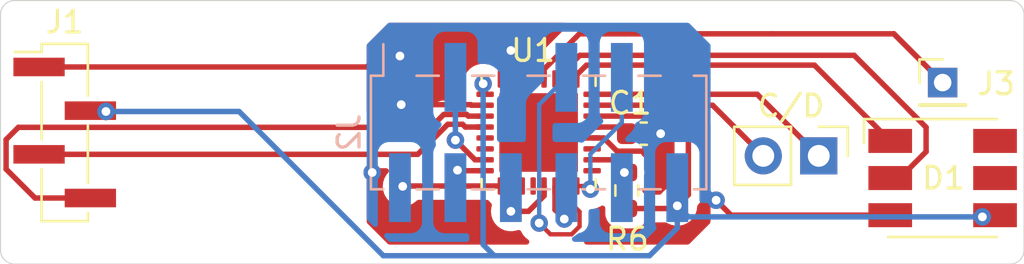
<source format=kicad_pcb>
(kicad_pcb (version 20210126) (generator pcbnew)
  (layers (0 "F.Cu" signal) (31 "B.Cu" signal) (34 "B.Paste" user) (35 "F.Paste" user) (36 "B.SilkS" user "B.Silkscreen") (37 "F.SilkS" user "F.Silkscreen") (38 "B.Mask" user) (39 "F.Mask" user) (44 "Edge.Cuts" user))
  (net 0 "")
  (net 1 "GND")
  (net 2 "Net-(C1-Pad1)")
  (net 3 "+3V3")
  (net 4 "Net-(D1-Pad2)")
  (net 5 "Net-(D1-Pad1)")
  (net 6 "/I2C_SDA_OUT")
  (net 7 "/I2C_SCL_OUT")
  (net 8 "/I2C_SCL_IN")
  (net 9 "/I2C_SDA_IN")
  (net 10 "/RESET")
  (net 11 "/SEL1")
  (net 12 "/SEL2")
  (net 13 "/SEL3")
  (net 14 "/USB_D-")
  (net 15 "/USB_D+")
  (net 16 "/DAC{slash}ADC{slash}1-Wire")
  (net 17 "/SWC")
  (net 18 "/SWD")
  (footprint "Resistor_SMD:R_0603_1608Metric" (layer "F.Cu") (at 118.338 66.357 -90)
    (fp_text reference "R6" (at 2.223 -0.026 180) (layer "F.SilkS"))
    (fp_text value "10k")
    (fp_line (start -0.237258 0.5225) (end 0.237258 0.5225) (layer "F.SilkS") (width 0.12))
    (fp_line (start -0.237258 -0.5225) (end 0.237258 -0.5225) (layer "F.SilkS") (width 0.12))
    (pad "1" smd roundrect (at -0.825 0 270) (size 0.8 0.95) (layers "F.Cu" "F.Paste" "F.Mask") (net 10 "/RESET"))
    (pad "2" smd roundrect (at 0.825 0 270) (size 0.8 0.95) (layers "F.Cu" "F.Paste" "F.Mask") (net 3 "+3V3"))
  )
  (footprint "Package_DFN_QFN:QFN-32-1EP_5x5mm_P0.5mm_EP3.6x3.6mm" (layer "F.Cu") (at 114.3 63.7 -90)
    (fp_text reference "U1" (at -3.756 0.254 180) (layer "F.SilkS"))
    (fp_text value "ATSAMD21E18A-M")
    (fp_line (start 2.135 2.61) (end 2.61 2.61) (layer "F.SilkS") (width 0.12))
    (fp_line (start -2.135 -2.61) (end -2.61 -2.61) (layer "F.SilkS") (width 0.12))
    (fp_line (start -2.135 2.61) (end -2.61 2.61) (layer "F.SilkS") (width 0.12))
    (fp_line (start 2.61 -2.61) (end 2.61 -2.135) (layer "F.SilkS") (width 0.12))
    (fp_line (start -2.61 2.61) (end -2.61 2.135) (layer "F.SilkS") (width 0.12))
    (fp_line (start 2.61 2.61) (end 2.61 2.135) (layer "F.SilkS") (width 0.12))
    (fp_line (start 2.135 -2.61) (end 2.61 -2.61) (layer "F.SilkS") (width 0.12))
    (pad "1" smd roundrect (at -2.45 -1.75 270) (size 0.8 0.25) (layers "F.Cu" "F.Paste" "F.Mask") (net 5 "Net-(D1-Pad1)"))
    (pad "2" smd roundrect (at -2.45 -1.25 270) (size 0.8 0.25) (layers "F.Cu" "F.Paste" "F.Mask") (net 4 "Net-(D1-Pad2)"))
    (pad "3" smd roundrect (at -2.45 -0.75 270) (size 0.8 0.25) (layers "F.Cu" "F.Paste" "F.Mask"))
    (pad "4" smd roundrect (at -2.45 -0.25 270) (size 0.8 0.25) (layers "F.Cu" "F.Paste" "F.Mask") (net 16 "/DAC{slash}ADC{slash}1-Wire"))
    (pad "5" smd roundrect (at -2.45 0.25 270) (size 0.8 0.25) (layers "F.Cu" "F.Paste" "F.Mask"))
    (pad "6" smd roundrect (at -2.45 0.75 270) (size 0.8 0.25) (layers "F.Cu" "F.Paste" "F.Mask"))
    (pad "7" smd roundrect (at -2.45 1.25 270) (size 0.8 0.25) (layers "F.Cu" "F.Paste" "F.Mask"))
    (pad "8" smd roundrect (at -2.45 1.75 270) (size 0.8 0.25) (layers "F.Cu" "F.Paste" "F.Mask"))
    (pad "9" smd roundrect (at -1.75 2.45 270) (size 0.25 0.8) (layers "F.Cu" "F.Paste" "F.Mask") (net 3 "+3V3"))
    (pad "10" smd roundrect (at -1.25 2.45 270) (size 0.25 0.8) (layers "F.Cu" "F.Paste" "F.Mask") (net 1 "GND"))
    (pad "11" smd roundrect (at -0.75 2.45 270) (size 0.25 0.8) (layers "F.Cu" "F.Paste" "F.Mask") (net 6 "/I2C_SDA_OUT"))
    (pad "12" smd roundrect (at -0.25 2.45 270) (size 0.25 0.8) (layers "F.Cu" "F.Paste" "F.Mask") (net 7 "/I2C_SCL_OUT"))
    (pad "13" smd roundrect (at 0.25 2.45 270) (size 0.25 0.8) (layers "F.Cu" "F.Paste" "F.Mask"))
    (pad "14" smd roundrect (at 0.75 2.45 270) (size 0.25 0.8) (layers "F.Cu" "F.Paste" "F.Mask"))
    (pad "15" smd roundrect (at 1.25 2.45 270) (size 0.25 0.8) (layers "F.Cu" "F.Paste" "F.Mask") (net 12 "/SEL2"))
    (pad "16" smd roundrect (at 1.75 2.45 270) (size 0.25 0.8) (layers "F.Cu" "F.Paste" "F.Mask") (net 11 "/SEL1"))
    (pad "17" smd roundrect (at 2.45 1.75 270) (size 0.8 0.25) (layers "F.Cu" "F.Paste" "F.Mask") (net 13 "/SEL3"))
    (pad "18" smd roundrect (at 2.45 1.25 270) (size 0.8 0.25) (layers "F.Cu" "F.Paste" "F.Mask"))
    (pad "19" smd roundrect (at 2.45 0.75 270) (size 0.8 0.25) (layers "F.Cu" "F.Paste" "F.Mask"))
    (pad "20" smd roundrect (at 2.45 0.25 270) (size 0.8 0.25) (layers "F.Cu" "F.Paste" "F.Mask"))
    (pad "21" smd roundrect (at 2.45 -0.25 270) (size 0.8 0.25) (layers "F.Cu" "F.Paste" "F.Mask") (net 9 "/I2C_SDA_IN"))
    (pad "22" smd roundrect (at 2.45 -0.75 270) (size 0.8 0.25) (layers "F.Cu" "F.Paste" "F.Mask") (net 8 "/I2C_SCL_IN"))
    (pad "23" smd roundrect (at 2.45 -1.25 270) (size 0.8 0.25) (layers "F.Cu" "F.Paste" "F.Mask") (net 15 "/USB_D+"))
    (pad "24" smd roundrect (at 2.45 -1.75 270) (size 0.8 0.25) (layers "F.Cu" "F.Paste" "F.Mask") (net 14 "/USB_D-"))
    (pad "25" smd roundrect (at 1.75 -2.45 270) (size 0.25 0.8) (layers "F.Cu" "F.Paste" "F.Mask"))
    (pad "26" smd roundrect (at 1.25 -2.45 270) (size 0.25 0.8) (layers "F.Cu" "F.Paste" "F.Mask") (net 10 "/RESET"))
    (pad "27" smd roundrect (at 0.75 -2.45 270) (size 0.25 0.8) (layers "F.Cu" "F.Paste" "F.Mask"))
    (pad "28" smd roundrect (at 0.25 -2.45 270) (size 0.25 0.8) (layers "F.Cu" "F.Paste" "F.Mask") (net 1 "GND"))
    (pad "29" smd roundrect (at -0.25 -2.45 270) (size 0.25 0.8) (layers "F.Cu" "F.Paste" "F.Mask") (net 2 "Net-(C1-Pad1)"))
    (pad "30" smd roundrect (at -0.75 -2.45 270) (size 0.25 0.8) (layers "F.Cu" "F.Paste" "F.Mask") (net 3 "+3V3"))
    (pad "31" smd roundrect (at -1.25 -2.45 270) (size 0.25 0.8) (layers "F.Cu" "F.Paste" "F.Mask") (net 17 "/SWC"))
    (pad "32" smd roundrect (at -1.75 -2.45 270) (size 0.25 0.8) (layers "F.Cu" "F.Paste" "F.Mask") (net 18 "/SWD"))
    (pad "33" smd rect (at 0 0 270) (size 3.6 3.6) (layers "F.Cu" "F.Mask"))
  )
  (footprint "Capacitor_SMD:C_0603_1608Metric" (layer "F.Cu") (at 119.113 63.754)
    (fp_text reference "C1" (at -0.622 -1.397) (layer "F.SilkS"))
    (fp_text value "1uF")
    (fp_line (start -0.14058 0.51) (end 0.14058 0.51) (layer "F.SilkS") (width 0.12))
    (fp_line (start -0.14058 -0.51) (end 0.14058 -0.51) (layer "F.SilkS") (width 0.12))
    (pad "1" smd roundrect (at -0.775 0) (size 0.9 0.95) (layers "F.Cu" "F.Paste" "F.Mask") (net 2 "Net-(C1-Pad1)"))
    (pad "2" smd roundrect (at 0.775 0) (size 0.9 0.95) (layers "F.Cu" "F.Paste" "F.Mask") (net 1 "GND"))
  )
  (footprint "Connector_PinHeader_2.00mm:PinHeader_1x04_P2.00mm_Vertical_SMD_Pin1Left" (layer "F.Cu") (at 92.6 63.7)
    (fp_text reference "J1" (at 0 -5.06) (layer "F.SilkS"))
    (fp_text value "OLED")
    (fp_line (start 1.06 -0.315) (end 1.06 2.315) (layer "F.SilkS") (width 0.12))
    (fp_line (start -1.06 1.685) (end -1.06 4.06) (layer "F.SilkS") (width 0.12))
    (fp_line (start -1.06 4.06) (end 1.06 4.06) (layer "F.SilkS") (width 0.12))
    (fp_line (start -1.06 -4.06) (end -1.06 -3.685) (layer "F.SilkS") (width 0.12))
    (fp_line (start -1.06 -3.685) (end -2.29 -3.685) (layer "F.SilkS") (width 0.12))
    (fp_line (start 1.06 3.685) (end 1.06 4.06) (layer "F.SilkS") (width 0.12))
    (fp_line (start 1.06 -4.06) (end 1.06 -1.685) (layer "F.SilkS") (width 0.12))
    (fp_line (start -1.06 -4.06) (end 1.06 -4.06) (layer "F.SilkS") (width 0.12))
    (fp_line (start -1.06 -2.315) (end -1.06 0.315) (layer "F.SilkS") (width 0.12))
    (pad "1" smd rect (at -1.175 -3) (size 2.35 0.85) (layers "F.Cu" "F.Paste" "F.Mask") (net 1 "GND"))
    (pad "2" smd rect (at 1.175 -1) (size 2.35 0.85) (layers "F.Cu" "F.Paste" "F.Mask") (net 3 "+3V3"))
    (pad "3" smd rect (at -1.175 1) (size 2.35 0.85) (layers "F.Cu" "F.Paste" "F.Mask") (net 7 "/I2C_SCL_OUT"))
    (pad "4" smd rect (at 1.175 3) (size 2.35 0.85) (layers "F.Cu" "F.Paste" "F.Mask") (net 6 "/I2C_SDA_OUT"))
  )
  (footprint "Connector_PinHeader_2.00mm:PinHeader_1x01_P2.00mm_Vertical" (layer "F.Cu") (at 132.8 61.414)
    (fp_text reference "J3" (at 2.455 0.054) (layer "F.SilkS"))
    (fp_text value "Main_output")
    (fp_line (start -1.06 0) (end -1.06 -1.06) (layer "F.SilkS") (width 0.12))
    (fp_line (start 1.06 1) (end 1.06 1.06) (layer "F.SilkS") (width 0.12))
    (fp_line (start -1.06 -1.06) (end 0 -1.06) (layer "F.SilkS") (width 0.12))
    (fp_line (start -1.06 1) (end 1.06 1) (layer "F.SilkS") (width 0.12))
    (fp_line (start -1.06 1.06) (end 1.06 1.06) (layer "F.SilkS") (width 0.12))
    (fp_line (start -1.06 1) (end -1.06 1.06) (layer "F.SilkS") (width 0.12))
    (pad "1" thru_hole rect (at 0 0) (size 1.35 1.35) (drill 0.8) (layers *.Cu *.Mask) (net 16 "/DAC{slash}ADC{slash}1-Wire"))
  )
  (footprint "Connector_PinHeader_2.54mm:PinHeader_1x02_P2.54mm_Vertical" (layer "F.Cu") (at 127.127 64.77 -90)
    (fp_text reference "C/D" (at -2.286 1.27 180) (layer "F.SilkS"))
    (fp_text value "SW(C/D)")
    (fp_line (start -1.33 0) (end -1.33 -1.33) (layer "F.SilkS") (width 0.12))
    (fp_line (start 1.33 1.27) (end 1.33 3.87) (layer "F.SilkS") (width 0.12))
    (fp_line (start -1.33 3.87) (end 1.33 3.87) (layer "F.SilkS") (width 0.12))
    (fp_line (start -1.33 1.27) (end -1.33 3.87) (layer "F.SilkS") (width 0.12))
    (fp_line (start -1.33 1.27) (end 1.33 1.27) (layer "F.SilkS") (width 0.12))
    (fp_line (start -1.33 -1.33) (end 0 -1.33) (layer "F.SilkS") (width 0.12))
    (pad "1" thru_hole rect (at 0 0 270) (size 1.7 1.7) (drill 1) (layers *.Cu *.Mask) (net 18 "/SWD"))
    (pad "2" thru_hole oval (at 0 2.54 270) (size 1.7 1.7) (drill 1) (layers *.Cu *.Mask) (net 17 "/SWC"))
  )
  (footprint "LED_SMD:LED_RGB_5050-6" (layer "F.Cu") (at 132.8 65.786)
    (fp_text reference "D1" (at 0.042 0 180) (layer "F.SilkS"))
    (fp_text value "APA102")
    (fp_line (start -3.6 -1.6) (end -3.6 -2.7) (layer "F.SilkS") (width 0.12))
    (fp_line (start -3.6 -2.7) (end 2.5 -2.7) (layer "F.SilkS") (width 0.12))
    (fp_line (start 2.5 2.7) (end -2.5 2.7) (layer "F.SilkS") (width 0.12))
    (pad "1" smd rect (at -2.4 -1.7 90) (size 1.1 2) (layers "F.Cu" "F.Paste" "F.Mask") (net 5 "Net-(D1-Pad1)"))
    (pad "2" smd rect (at -2.4 0 90) (size 1.1 2) (layers "F.Cu" "F.Paste" "F.Mask") (net 4 "Net-(D1-Pad2)"))
    (pad "3" smd rect (at -2.4 1.7 90) (size 1.1 2) (layers "F.Cu" "F.Paste" "F.Mask") (net 1 "GND"))
    (pad "4" smd rect (at 2.4 1.7 90) (size 1.1 2) (layers "F.Cu" "F.Paste" "F.Mask") (net 3 "+3V3"))
    (pad "5" smd rect (at 2.4 0 90) (size 1.1 2) (layers "F.Cu" "F.Paste" "F.Mask"))
    (pad "6" smd rect (at 2.4 -1.7 90) (size 1.1 2) (layers "F.Cu" "F.Paste" "F.Mask"))
  )
  (footprint "Connector_PinHeader_2.54mm:PinHeader_2x06_P2.54mm_Vertical_SMD" (layer "B.Cu") (at 114.3 63.7 -90)
    (fp_text reference "J2" (at 0 8.68 90) (layer "B.SilkS") (effects (justify mirror)))
    (fp_text value "Mainboard")
    (fp_line (start -2.6 7.68) (end -2.6 7.11) (layer "B.SilkS") (width 0.12))
    (fp_line (start -2.6 -7.68) (end 2.6 -7.68) (layer "B.SilkS") (width 0.12))
    (fp_line (start 2.6 -4.57) (end 2.6 -5.59) (layer "B.SilkS") (width 0.12))
    (fp_line (start -2.6 5.59) (end -2.6 4.57) (layer "B.SilkS") (width 0.12))
    (fp_line (start -2.6 0.51) (end -2.6 -0.51) (layer "B.SilkS") (width 0.12))
    (fp_line (start -2.6 -2.03) (end -2.6 -3.05) (layer "B.SilkS") (width 0.12))
    (fp_line (start 2.6 0.51) (end 2.6 -0.51) (layer "B.SilkS") (width 0.12))
    (fp_line (start 2.6 7.68) (end 2.6 7.11) (layer "B.SilkS") (width 0.12))
    (fp_line (start -2.6 3.05) (end -2.6 2.03) (layer "B.SilkS") (width 0.12))
    (fp_line (start 2.6 -2.03) (end 2.6 -3.05) (layer "B.SilkS") (width 0.12))
    (fp_line (start -2.6 7.68) (end 2.6 7.68) (layer "B.SilkS") (width 0.12))
    (fp_line (start -2.6 -4.57) (end -2.6 -5.59) (layer "B.SilkS") (width 0.12))
    (fp_line (start 2.6 5.59) (end 2.6 4.57) (layer "B.SilkS") (width 0.12))
    (fp_line (start 2.6 3.05) (end 2.6 2.03) (layer "B.SilkS") (width 0.12))
    (fp_line (start -4.04 7.11) (end -2.6 7.11) (layer "B.SilkS") (width 0.12))
    (fp_line (start 2.6 -7.11) (end 2.6 -7.68) (layer "B.SilkS") (width 0.12))
    (fp_line (start -2.6 -7.11) (end -2.6 -7.68) (layer "B.SilkS") (width 0.12))
    (pad "1" smd rect (at -2.525 6.35 270) (size 3.15 1) (layers "B.Cu" "B.Paste" "B.Mask") (net 1 "GND"))
    (pad "2" smd rect (at 2.525 6.35 270) (size 3.15 1) (layers "B.Cu" "B.Paste" "B.Mask") (net 13 "/SEL3"))
    (pad "3" smd rect (at -2.525 3.81 270) (size 3.15 1) (layers "B.Cu" "B.Paste" "B.Mask") (net 12 "/SEL2"))
    (pad "4" smd rect (at 2.525 3.81 270) (size 3.15 1) (layers "B.Cu" "B.Paste" "B.Mask") (net 11 "/SEL1"))
    (pad "5" smd rect (at -2.525 1.27 270) (size 3.15 1) (layers "B.Cu" "B.Paste" "B.Mask") (net 1 "GND"))
    (pad "6" smd rect (at 2.525 1.27 270) (size 3.15 1) (layers "B.Cu" "B.Paste" "B.Mask") (net 9 "/I2C_SDA_IN"))
    (pad "7" smd rect (at -2.525 -1.27 270) (size 3.15 1) (layers "B.Cu" "B.Paste" "B.Mask") (net 15 "/USB_D+"))
    (pad "8" smd rect (at 2.525 -1.27 270) (size 3.15 1) (layers "B.Cu" "B.Paste" "B.Mask") (net 8 "/I2C_SCL_IN"))
    (pad "9" smd rect (at -2.525 -3.81 270) (size 3.15 1) (layers "B.Cu" "B.Paste" "B.Mask") (net 14 "/USB_D-"))
    (pad "10" smd rect (at 2.525 -3.81 270) (size 3.15 1) (layers "B.Cu" "B.Paste" "B.Mask") (net 10 "/RESET"))
    (pad "11" smd rect (at -2.525 -6.35 270) (size 3.15 1) (layers "B.Cu" "B.Paste" "B.Mask") (net 1 "GND"))
    (pad "12" smd rect (at 2.525 -6.35 270) (size 3.15 1) (layers "B.Cu" "B.Paste" "B.Mask") (net 3 "+3V3"))
  )
  (gr_arc (start 90.297 58.293) (end 90.297 57.658) (angle -90) (layer "Edge.Cuts") (width 0.05))
  (gr_arc (start 90.297 69.088) (end 89.662 69.088) (angle -90) (layer "Edge.Cuts") (width 0.05))
  (gr_arc (start 135.89 58.293) (end 136.525 58.293) (angle -90) (layer "Edge.Cuts") (width 0.05))
  (gr_line (start 136.525 58.293) (end 136.525 69.088) (layer "Edge.Cuts") (width 0.05))
  (gr_line (start 89.662 69.088) (end 89.662 58.293) (layer "Edge.Cuts") (width 0.05))
  (gr_line (start 90.297 57.658) (end 135.89 57.658) (layer "Edge.Cuts") (width 0.05))
  (gr_line (start 135.89 69.723) (end 90.297 69.723) (layer "Edge.Cuts") (width 0.05))
  (gr_arc (start 135.89 69.088) (end 135.89 69.723) (angle -90) (layer "Edge.Cuts") (width 0.05))
  (segment (start 106.432 60.7) (end 106.68 60.452) (width 0.25) (layer "F.Cu") (net 1))
  (segment (start 117.885174 64.55402) (end 119.08798 64.55402) (width 0.25) (layer "F.Cu") (net 1))
  (segment (start 91.425 60.7) (end 106.432 60.7) (width 0.25) (layer "F.Cu") (net 1))
  (segment (start 119.08798 64.55402) (end 119.888 63.754) (width 0.25) (layer "F.Cu") (net 1))
  (segment (start 123.112 67.486) (end 122.428 66.802) (width 0.25) (layer "F.Cu") (net 1))
  (segment (start 111.192978 62.424966) (end 108.009034 62.424966) (width 0.25) (layer "F.Cu") (net 1))
  (segment (start 111.218012 62.45) (end 111.192978 62.424966) (width 0.25) (layer "F.Cu") (net 1))
  (segment (start 130.4 67.486) (end 123.112 67.486) (width 0.25) (layer "F.Cu") (net 1))
  (segment (start 116.75 63.95) (end 117.281154 63.95) (width 0.25) (layer "F.Cu") (net 1))
  (segment (start 111.85 62.45) (end 111.218012 62.45) (width 0.25) (layer "F.Cu") (net 1))
  (segment (start 107.95 62.484) (end 108.009034 62.424966) (width 0.25) (layer "F.Cu") (net 1))
  (segment (start 117.281154 63.95) (end 117.885174 64.55402) (width 0.25) (layer "F.Cu") (net 1))
  (via (at 122.428 66.802) (size 0.8) (drill 0.4) (layers "F.Cu" "B.Cu") (net 1))
  (via (at 113.03 59.944) (size 0.8) (drill 0.4) (layers "F.Cu" "B.Cu") (net 1))
  (via (at 107.95 60.198) (size 0.8) (drill 0.4) (layers "F.Cu" "B.Cu") (net 1))
  (via (at 119.888 63.754) (size 0.8) (drill 0.4) (layers "F.Cu" "B.Cu") (net 1))
  (via (at 108.009034 62.424966) (size 0.8) (drill 0.4) (layers "F.Cu" "B.Cu") (net 1))
  (via (at 106.68 65.532) (size 0.8) (drill 0.4) (layers "F.Cu" "B.Cu") (net 1))
  (segment (start 107.95 60.198) (end 107.95 61.175) (width 0.25) (layer "B.Cu") (net 1))
  (segment (start 113.03 61.175) (end 113.03 60.198) (width 0.25) (layer "B.Cu") (net 1))
  (segment (start 113.03 61.175) (end 113.03 59.944) (width 0.25) (layer "B.Cu") (net 1))
  (segment (start 120.65 61.976) (end 120.65 61.175) (width 0.25) (layer "B.Cu") (net 1))
  (segment (start 122.428 66.802) (end 121.92 66.294) (width 0.25) (layer "B.Cu") (net 1))
  (segment (start 121.92 66.294) (end 121.92 66.04) (width 0.25) (layer "B.Cu") (net 1))
  (segment (start 120.65 61.595) (end 120.65 61.175) (width 0.2) (layer "B.Cu") (net 1))
  (segment (start 118.034 63.45) (end 118.338 63.754) (width 0.25) (layer "F.Cu") (net 2))
  (segment (start 116.75 63.45) (end 118.034 63.45) (width 0.25) (layer "F.Cu") (net 2))
  (segment (start 116.75 62.95) (end 120.336846 62.95) (width 0.25) (layer "F.Cu") (net 3))
  (segment (start 118.338 67.182) (end 120.524 67.182) (width 0.25) (layer "F.Cu") (net 3))
  (segment (start 121.158 66.548) (end 120.65 67.056) (width 0.25) (layer "F.Cu") (net 3))
  (segment (start 121.158 63.771154) (end 121.158 66.548) (width 0.25) (layer "F.Cu") (net 3))
  (segment (start 120.336846 62.95) (end 121.158 63.771154) (width 0.25) (layer "F.Cu") (net 3))
  (segment (start 120.524 67.182) (end 120.65 67.056) (width 0.25) (layer "F.Cu") (net 3))
  (segment (start 111.85 61.95) (end 111.85 61.558) (width 0.25) (layer "F.Cu") (net 3))
  (segment (start 93.813 62.738) (end 93.775 62.7) (width 0.25) (layer "F.Cu") (net 3))
  (segment (start 111.85 61.558) (end 111.76 61.468) (width 0.25) (layer "F.Cu") (net 3))
  (segment (start 94.488 62.738) (end 93.813 62.738) (width 0.25) (layer "F.Cu") (net 3))
  (segment (start 134.698 67.486) (end 134.62 67.564) (width 0.25) (layer "F.Cu") (net 3))
  (segment (start 135.2 67.486) (end 134.698 67.486) (width 0.25) (layer "F.Cu") (net 3))
  (via (at 134.62 67.564) (size 0.8) (drill 0.4) (layers "F.Cu" "B.Cu") (net 3))
  (via (at 94.488 62.738) (size 0.8) (drill 0.4) (layers "F.Cu" "B.Cu") (net 3))
  (via (at 120.65 67.056) (size 0.8) (drill 0.4) (layers "F.Cu" "B.Cu") (net 3))
  (via (at 111.76 61.468) (size 0.8) (drill 0.4) (layers "F.Cu" "B.Cu") (net 3))
  (segment (start 119.38 69.342) (end 120.65 68.072) (width 0.25) (layer "B.Cu") (net 3))
  (segment (start 112.268 69.342) (end 119.38 69.342) (width 0.25) (layer "B.Cu") (net 3))
  (segment (start 120.65 66.294) (end 120.65 66.225) (width 0.25) (layer "B.Cu") (net 3))
  (segment (start 120.65 68.072) (end 120.65 66.225) (width 0.25) (layer "B.Cu") (net 3))
  (segment (start 120.65 67.056) (end 120.65 66.225) (width 0.25) (layer "B.Cu") (net 3))
  (segment (start 107.188 69.342) (end 112.268 69.342) (width 0.25) (layer "B.Cu") (net 3))
  (segment (start 111.76 61.468) (end 111.76 68.834) (width 0.25) (layer "B.Cu") (net 3))
  (segment (start 105.664 67.818) (end 100.584 62.738) (width 0.25) (layer "B.Cu") (net 3))
  (segment (start 111.76 68.834) (end 112.268 69.342) (width 0.25) (layer "B.Cu") (net 3))
  (segment (start 121.158 67.564) (end 120.65 67.056) (width 0.25) (layer "B.Cu") (net 3))
  (segment (start 121.666 67.564) (end 121.158 67.564) (width 0.25) (layer "B.Cu") (net 3))
  (segment (start 105.664 67.818) (end 107.188 69.342) (width 0.25) (layer "B.Cu") (net 3))
  (segment (start 100.584 62.738) (end 94.488 62.738) (width 0.25) (layer "B.Cu") (net 3))
  (segment (start 134.62 67.564) (end 121.666 67.564) (width 0.25) (layer "B.Cu") (net 3))
  (segment (start 132.04198 64.57904) (end 130.83502 65.786) (width 0.25) (layer "F.Cu") (net 4))
  (segment (start 132.04198 63.46198) (end 132.04198 64.57904) (width 0.25) (layer "F.Cu") (net 4))
  (segment (start 128.745988 60.165988) (end 132.04198 63.46198) (width 0.25) (layer "F.Cu") (net 4))
  (segment (start 130.83502 65.786) (end 130.4 65.786) (width 0.25) (layer "F.Cu") (net 4))
  (segment (start 115.55 61.25) (end 115.55 60.801964) (width 0.25) (layer "F.Cu") (net 4))
  (segment (start 116.185976 60.165988) (end 128.745988 60.165988) (width 0.25) (layer "F.Cu") (net 4))
  (segment (start 115.55 60.801964) (end 116.185976 60.165988) (width 0.25) (layer "F.Cu") (net 4))
  (segment (start 126.929999 60.615999) (end 130.4 64.086) (width 0.25) (layer "F.Cu") (net 5))
  (segment (start 116.05 61.057998) (end 116.491999 60.615999) (width 0.25) (layer "F.Cu") (net 5))
  (segment (start 116.05 61.25) (end 116.05 61.057998) (width 0.25) (layer "F.Cu") (net 5))
  (segment (start 116.491999 60.615999) (end 126.929999 60.615999) (width 0.25) (layer "F.Cu") (net 5))
  (segment (start 90.476979 63.463001) (end 109.367584 63.463001) (width 0.25) (layer "F.Cu") (net 6))
  (segment (start 89.916 64.02398) (end 90.476979 63.463001) (width 0.25) (layer "F.Cu") (net 6))
  (segment (start 109.367584 63.463001) (end 109.955599 62.874986) (width 0.25) (layer "F.Cu") (net 6))
  (segment (start 109.955599 62.874986) (end 111.006574 62.874986) (width 0.25) (layer "F.Cu") (net 6))
  (segment (start 111.081588 62.95) (end 111.85 62.95) (width 0.25) (layer "F.Cu") (net 6))
  (segment (start 89.916 65.37602) (end 89.916 64.02398) (width 0.25) (layer "F.Cu") (net 6))
  (segment (start 91.23998 66.7) (end 89.916 65.37602) (width 0.25) (layer "F.Cu") (net 6))
  (segment (start 93.775 66.7) (end 91.23998 66.7) (width 0.25) (layer "F.Cu") (net 6))
  (segment (start 111.006574 62.874986) (end 111.081588 62.95) (width 0.25) (layer "F.Cu") (net 6))
  (segment (start 110.142 63.324997) (end 110.820173 63.324997) (width 0.25) (layer "F.Cu") (net 7))
  (segment (start 110.945176 63.45) (end 111.85 63.45) (width 0.25) (layer "F.Cu") (net 7))
  (segment (start 111.45 63.45) (end 111.85 63.45) (width 0.25) (layer "F.Cu") (net 7))
  (segment (start 91.425 64.7) (end 108.766996 64.7) (width 0.25) (layer "F.Cu") (net 7))
  (segment (start 108.766996 64.7) (end 110.142 63.324997) (width 0.25) (layer "F.Cu") (net 7))
  (segment (start 110.820173 63.324997) (end 110.945176 63.45) (width 0.25) (layer "F.Cu") (net 7))
  (segment (start 115.05 67.238009) (end 115.474524 67.662533) (width 0.25) (layer "F.Cu") (net 8))
  (segment (start 115.05 66.15) (end 115.05 67.238009) (width 0.25) (layer "F.Cu") (net 8))
  (via (at 115.474524 67.662533) (size 0.8) (drill 0.4) (layers "F.Cu" "B.Cu") (net 8))
  (segment (start 115.57 67.567057) (end 115.474524 67.662533) (width 0.25) (layer "B.Cu") (net 8))
  (segment (start 115.57 65.659) (end 115.57 66.225) (width 0.25) (layer "B.Cu") (net 8))
  (segment (start 115.57 66.225) (end 115.57 67.567057) (width 0.25) (layer "B.Cu") (net 8))
  (segment (start 114.55 66.15) (end 114.55 66.598036) (width 0.25) (layer "F.Cu") (net 9))
  (segment (start 114.55 66.598036) (end 113.838036 67.31) (width 0.25) (layer "F.Cu") (net 9))
  (segment (start 113.838036 67.31) (end 113.03 67.31) (width 0.25) (layer "F.Cu") (net 9))
  (via (at 113.03 67.31) (size 0.8) (drill 0.4) (layers "F.Cu" "B.Cu") (net 9))
  (segment (start 113.03 67.31) (end 113.03 66.225) (width 0.25) (layer "B.Cu") (net 9))
  (segment (start 118.338 65.532) (end 118.226742 65.532) (width 0.25) (layer "F.Cu") (net 10))
  (segment (start 117.644742 64.95) (end 118.226742 65.532) (width 0.25) (layer "F.Cu") (net 10))
  (segment (start 116.75 64.95) (end 117.644742 64.95) (width 0.25) (layer "F.Cu") (net 10))
  (via (at 118.226742 65.532) (size 0.8) (drill 0.4) (layers "F.Cu" "B.Cu") (net 10))
  (segment (start 118.226742 65.532) (end 118.226742 66.108258) (width 0.25) (layer "B.Cu") (net 10))
  (segment (start 118.11 67.296837) (end 118.11 66.225) (width 0.25) (layer "B.Cu") (net 10))
  (segment (start 118.226742 66.108258) (end 118.11 66.225) (width 0.25) (layer "B.Cu") (net 10))
  (segment (start 111.85 65.45) (end 110.610691 65.45) (width 0.25) (layer "F.Cu") (net 11))
  (segment (start 110.610691 65.45) (end 110.585681 65.42499) (width 0.25) (layer "F.Cu") (net 11))
  (via (at 110.585681 65.42499) (size 0.8) (drill 0.4) (layers "F.Cu" "B.Cu") (net 11))
  (segment (start 110.585681 66.129319) (end 110.585681 65.42499) (width 0.25) (layer "B.Cu") (net 11))
  (segment (start 110.49 66.225) (end 110.49 66.28468) (width 0.25) (layer "B.Cu") (net 11))
  (segment (start 110.49 66.28468) (end 110.48534 66.28934) (width 0.25) (layer "B.Cu") (net 11))
  (segment (start 110.49 66.225) (end 110.585681 66.129319) (width 0.25) (layer "B.Cu") (net 11))
  (segment (start 111.390002 64.95) (end 110.49 64.049998) (width 0.25) (layer "F.Cu") (net 12))
  (segment (start 111.85 64.95) (end 111.390002 64.95) (width 0.25) (layer "F.Cu") (net 12))
  (via (at 110.49 64.049998) (size 0.8) (drill 0.4) (layers "F.Cu" "B.Cu") (net 12))
  (segment (start 110.49 64.049998) (end 110.49 61.175) (width 0.25) (layer "B.Cu") (net 12))
  (segment (start 112.55 66.15) (end 108.094 66.15) (width 0.25) (layer "F.Cu") (net 13))
  (segment (start 108.094 66.15) (end 108.077 66.167) (width 0.25) (layer "F.Cu") (net 13))
  (via (at 108.077 66.167) (size 0.8) (drill 0.4) (layers "F.Cu" "B.Cu") (net 13))
  (segment (start 108.008 66.167) (end 107.95 66.225) (width 0.25) (layer "B.Cu") (net 13))
  (segment (start 108.077 66.167) (end 108.008 66.167) (width 0.25) (layer "B.Cu") (net 13))
  (segment (start 116.526002 66.15) (end 116.670002 66.294) (width 0.2) (layer "F.Cu") (net 14))
  (segment (start 116.05 66.15) (end 116.526002 66.15) (width 0.2) (layer "F.Cu") (net 14))
  (via (at 116.670002 66.294) (size 0.8) (drill 0.4) (layers "F.Cu" "B.Cu") (net 14))
  (segment (start 118.11 60.071) (end 118.11 61.175) (width 0.25) (layer "B.Cu") (net 14))
  (segment (start 118.11 63.246) (end 118.11 61.175) (width 0.2) (layer "B.Cu") (net 14))
  (segment (start 116.670002 64.685998) (end 118.11 63.246) (width 0.2) (layer "B.Cu") (net 14))
  (segment (start 116.670002 66.294) (end 116.670002 64.685998) (width 0.2) (layer "B.Cu") (net 14))
  (segment (start 114.841972 68.362544) (end 114.325808 67.84638) (width 0.2) (layer "F.Cu") (net 15))
  (segment (start 116.174535 67.326527) (end 116.174535 67.998539) (width 0.2) (layer "F.Cu") (net 15))
  (segment (start 116.174535 67.998539) (end 115.81053 68.362544) (width 0.2) (layer "F.Cu") (net 15))
  (segment (start 115.55 66.701992) (end 116.174535 67.326527) (width 0.2) (layer "F.Cu") (net 15))
  (segment (start 115.55 66.15) (end 115.55 66.701992) (width 0.2) (layer "F.Cu") (net 15))
  (segment (start 115.81053 68.362544) (end 114.841972 68.362544) (width 0.2) (layer "F.Cu") (net 15))
  (via (at 114.325808 67.84638) (size 0.8) (drill 0.4) (layers "F.Cu" "B.Cu") (net 15))
  (segment (start 114.325808 67.84638) (end 114.325808 62.419192) (width 0.2) (layer "B.Cu") (net 15))
  (segment (start 115.736 61.341) (end 115.57 61.175) (width 0.25) (layer "B.Cu") (net 15))
  (segment (start 114.325808 62.419192) (end 115.57 61.175) (width 0.2) (layer "B.Cu") (net 15))
  (segment (start 115.863 61.468) (end 115.57 61.175) (width 0.25) (layer "B.Cu") (net 15))
  (segment (start 114.55 61.25) (end 114.55 60.801964) (width 0.25) (layer "F.Cu") (net 16))
  (segment (start 130.568 59.182) (end 132.8 61.414) (width 0.25) (layer "F.Cu") (net 16))
  (segment (start 124.968 59.182) (end 130.568 59.182) (width 0.25) (layer "F.Cu") (net 16))
  (segment (start 132.842 61.456) (end 132.8 61.414) (width 0.25) (layer "F.Cu") (net 16))
  (segment (start 116.169964 59.182) (end 124.968 59.182) (width 0.25) (layer "F.Cu") (net 16))
  (segment (start 114.55 60.801964) (end 116.169964 59.182) (width 0.25) (layer "F.Cu") (net 16))
  (segment (start 130.568 59.182) (end 131.91098 60.52498) (width 0.25) (layer "F.Cu") (net 16))
  (segment (start 122.267 62.45) (end 116.75 62.45) (width 0.25) (layer "F.Cu") (net 17))
  (segment (start 124.587 64.77) (end 122.267 62.45) (width 0.25) (layer "F.Cu") (net 17))
  (segment (start 124.307 61.95) (end 127.127 64.77) (width 0.25) (layer "F.Cu") (net 18))
  (segment (start 116.75 61.95) (end 124.307 61.95) (width 0.25) (layer "F.Cu") (net 18))
  (zone (net 1) (net_name "GND") (layers F&B.Cu) (connect_pads thru_hole_only (clearance 0.508)) (min_thickness 0.254) (fill yes (thermal_gap 0.508) (thermal_bridge_width 0.508) (smoothing chamfer) (radius 1))
    (polygon (pts (xy 122.174 68.834) (xy 106.426 68.834) (xy 106.426 58.674) (xy 122.174 58.674)))
  )
)
</source>
